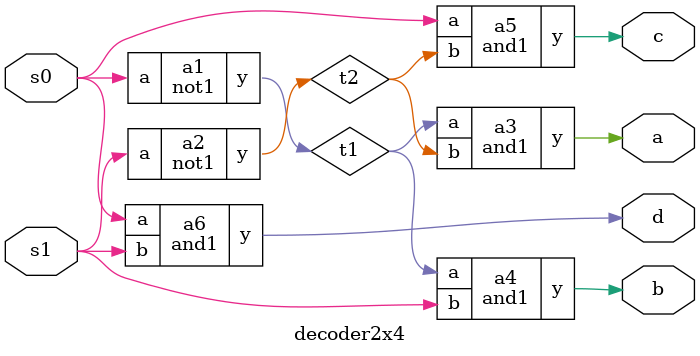
<source format=v>
module not1 (input wire a, output wire y);
assign y =! a;
endmodule

module and1(input wire a, b, output wire y);
assign y = a&b;
endmodule

module or1(input wire a,b,output wire y);
assign y = a|b;
endmodule

module decoder2x4(input wire s0,s1,output wire a,b,c,d);
wire t1,t2 ;

not1 a1(s0,t1);
not1 a2(s1,t2);
and1 a3(t1,t2,a);
and1 a4(t1,s1,b);
and1 a5(s0,t2,c);
and1 a6(s0,s1,d);

endmodule

</source>
